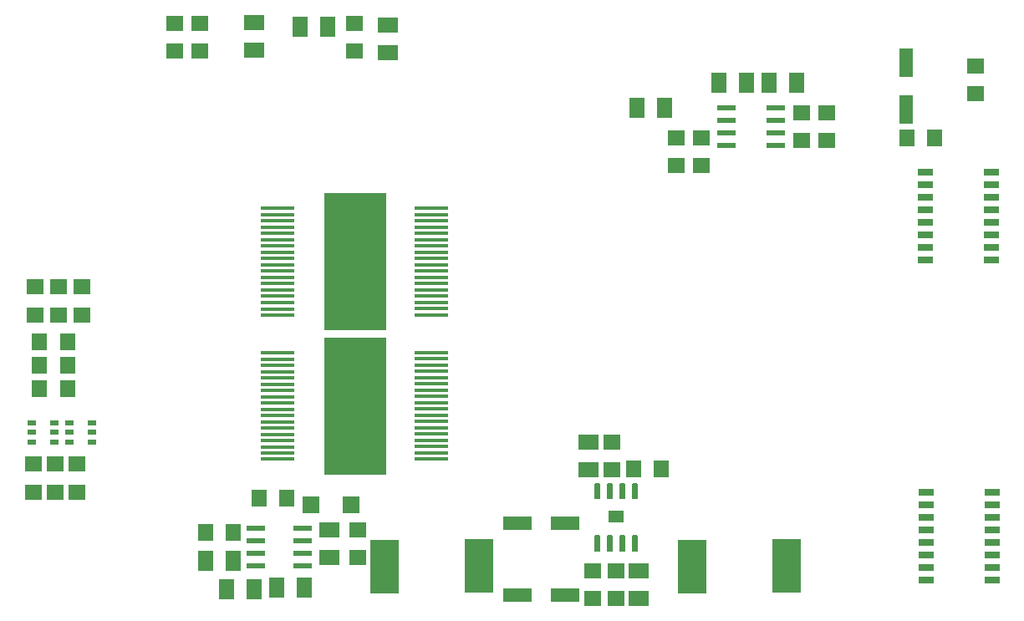
<source format=gbr>
G04 EAGLE Gerber RS-274X export*
G75*
%MOMM*%
%FSLAX34Y34*%
%LPD*%
%AMOC8*
5,1,8,0,0,1.08239X$1,22.5*%
G01*
%ADD10R,1.981200X0.558800*%
%ADD11R,1.800000X1.600000*%
%ADD12R,1.600000X2.000000*%
%ADD13R,2.000000X1.600000*%
%ADD14R,3.500000X0.420000*%
%ADD15R,6.300000X14.000000*%
%ADD16R,1.600000X1.800000*%
%ADD17R,2.900000X5.400000*%
%ADD18R,1.800000X1.700000*%
%ADD19R,1.642403X1.277900*%
%ADD20C,0.147500*%
%ADD21R,1.500000X0.700000*%
%ADD22R,0.900000X0.600000*%
%ADD23R,3.000000X1.400000*%
%ADD24R,1.600000X1.803000*%
%ADD25R,1.803000X1.600000*%
%ADD26R,1.400000X3.000000*%


D10*
X724662Y533400D03*
X724662Y520700D03*
X724662Y508000D03*
X724662Y495300D03*
X773938Y495300D03*
X773938Y508000D03*
X773938Y520700D03*
X773938Y533400D03*
D11*
X347663Y618838D03*
X347663Y590838D03*
X673100Y474950D03*
X673100Y502950D03*
X698500Y474950D03*
X698500Y502950D03*
D12*
X767050Y558800D03*
X795050Y558800D03*
X661700Y533400D03*
X633700Y533400D03*
X292388Y615950D03*
X320388Y615950D03*
D13*
X246063Y592425D03*
X246063Y620425D03*
D11*
X800100Y528350D03*
X800100Y500350D03*
X825500Y528350D03*
X825500Y500350D03*
X190500Y590838D03*
X190500Y618838D03*
X165100Y590838D03*
X165100Y618838D03*
D13*
X381000Y617250D03*
X381000Y589250D03*
D12*
X716250Y558800D03*
X744250Y558800D03*
D14*
X425430Y177800D03*
X425430Y184300D03*
X425430Y190640D03*
X425430Y196840D03*
X425430Y203340D03*
X425430Y209680D03*
X425430Y215880D03*
X425430Y222380D03*
X425430Y228720D03*
X425430Y234920D03*
X425430Y241420D03*
X425430Y247620D03*
X425430Y254120D03*
X425430Y260460D03*
X425430Y266660D03*
X425430Y273160D03*
X425430Y279500D03*
X425430Y285700D03*
X269940Y285700D03*
X269940Y279200D03*
X269940Y273000D03*
X269940Y266500D03*
X269940Y260300D03*
X269940Y253800D03*
X269940Y247600D03*
X269940Y241100D03*
X269940Y234900D03*
X269940Y228400D03*
X269940Y222200D03*
X269940Y215700D03*
X269940Y209500D03*
X269940Y203000D03*
D15*
X348085Y231770D03*
D14*
X269940Y196820D03*
X269940Y190320D03*
X269940Y183980D03*
X269940Y177640D03*
X425430Y323850D03*
X425430Y330350D03*
X425430Y336690D03*
X425430Y342890D03*
X425430Y349390D03*
X425430Y355730D03*
X425430Y361930D03*
X425430Y368430D03*
X425430Y374770D03*
X425430Y380970D03*
X425430Y387470D03*
X425430Y393670D03*
X425430Y400170D03*
X425430Y406510D03*
X425430Y412710D03*
X425430Y419210D03*
X425430Y425550D03*
X425430Y431750D03*
X269940Y431750D03*
X269940Y425250D03*
X269940Y419050D03*
X269940Y412550D03*
X269940Y406350D03*
X269940Y399850D03*
X269940Y393650D03*
X269940Y387150D03*
X269940Y380950D03*
X269940Y374450D03*
X269940Y368250D03*
X269940Y361750D03*
X269940Y355550D03*
X269940Y349050D03*
D15*
X348085Y377820D03*
D14*
X269940Y342870D03*
X269940Y336370D03*
X269940Y330030D03*
X269940Y323690D03*
D10*
X247841Y107950D03*
X247841Y95250D03*
X247841Y82550D03*
X247841Y69850D03*
X295085Y69850D03*
X295085Y82550D03*
X295085Y95250D03*
X295085Y107950D03*
D16*
X279113Y138113D03*
X251113Y138113D03*
D17*
X378038Y68850D03*
X474038Y69350D03*
D18*
X303350Y131763D03*
X344350Y131763D03*
D16*
X225138Y103188D03*
X197138Y103188D03*
D12*
X268575Y47625D03*
X296575Y47625D03*
X217775Y46038D03*
X245775Y46038D03*
X225138Y74613D03*
X197138Y74613D03*
D13*
X322263Y78075D03*
X322263Y106075D03*
D11*
X350838Y106075D03*
X350838Y78075D03*
X976313Y547975D03*
X976313Y575975D03*
D16*
X934750Y503238D03*
X906750Y503238D03*
D19*
X612313Y119422D03*
D20*
X629612Y137900D02*
X629612Y152926D01*
X634038Y152926D01*
X634038Y137900D01*
X629612Y137900D01*
X629612Y139301D02*
X634038Y139301D01*
X634038Y140702D02*
X629612Y140702D01*
X629612Y142103D02*
X634038Y142103D01*
X634038Y143504D02*
X629612Y143504D01*
X629612Y144905D02*
X634038Y144905D01*
X634038Y146306D02*
X629612Y146306D01*
X629612Y147707D02*
X634038Y147707D01*
X634038Y149108D02*
X629612Y149108D01*
X629612Y150509D02*
X634038Y150509D01*
X634038Y151910D02*
X629612Y151910D01*
X616912Y152926D02*
X616912Y137900D01*
X616912Y152926D02*
X621338Y152926D01*
X621338Y137900D01*
X616912Y137900D01*
X616912Y139301D02*
X621338Y139301D01*
X621338Y140702D02*
X616912Y140702D01*
X616912Y142103D02*
X621338Y142103D01*
X621338Y143504D02*
X616912Y143504D01*
X616912Y144905D02*
X621338Y144905D01*
X621338Y146306D02*
X616912Y146306D01*
X616912Y147707D02*
X621338Y147707D01*
X621338Y149108D02*
X616912Y149108D01*
X616912Y150509D02*
X621338Y150509D01*
X621338Y151910D02*
X616912Y151910D01*
X604212Y152926D02*
X604212Y137900D01*
X604212Y152926D02*
X608638Y152926D01*
X608638Y137900D01*
X604212Y137900D01*
X604212Y139301D02*
X608638Y139301D01*
X608638Y140702D02*
X604212Y140702D01*
X604212Y142103D02*
X608638Y142103D01*
X608638Y143504D02*
X604212Y143504D01*
X604212Y144905D02*
X608638Y144905D01*
X608638Y146306D02*
X604212Y146306D01*
X604212Y147707D02*
X608638Y147707D01*
X608638Y149108D02*
X604212Y149108D01*
X604212Y150509D02*
X608638Y150509D01*
X608638Y151910D02*
X604212Y151910D01*
X591512Y152926D02*
X591512Y137900D01*
X591512Y152926D02*
X595938Y152926D01*
X595938Y137900D01*
X591512Y137900D01*
X591512Y139301D02*
X595938Y139301D01*
X595938Y140702D02*
X591512Y140702D01*
X591512Y142103D02*
X595938Y142103D01*
X595938Y143504D02*
X591512Y143504D01*
X591512Y144905D02*
X595938Y144905D01*
X595938Y146306D02*
X591512Y146306D01*
X591512Y147707D02*
X595938Y147707D01*
X595938Y149108D02*
X591512Y149108D01*
X591512Y150509D02*
X595938Y150509D01*
X595938Y151910D02*
X591512Y151910D01*
X591512Y100226D02*
X591512Y85200D01*
X591512Y100226D02*
X595938Y100226D01*
X595938Y85200D01*
X591512Y85200D01*
X591512Y86601D02*
X595938Y86601D01*
X595938Y88002D02*
X591512Y88002D01*
X591512Y89403D02*
X595938Y89403D01*
X595938Y90804D02*
X591512Y90804D01*
X591512Y92205D02*
X595938Y92205D01*
X595938Y93606D02*
X591512Y93606D01*
X591512Y95007D02*
X595938Y95007D01*
X595938Y96408D02*
X591512Y96408D01*
X591512Y97809D02*
X595938Y97809D01*
X595938Y99210D02*
X591512Y99210D01*
X604212Y100226D02*
X604212Y85200D01*
X604212Y100226D02*
X608638Y100226D01*
X608638Y85200D01*
X604212Y85200D01*
X604212Y86601D02*
X608638Y86601D01*
X608638Y88002D02*
X604212Y88002D01*
X604212Y89403D02*
X608638Y89403D01*
X608638Y90804D02*
X604212Y90804D01*
X604212Y92205D02*
X608638Y92205D01*
X608638Y93606D02*
X604212Y93606D01*
X604212Y95007D02*
X608638Y95007D01*
X608638Y96408D02*
X604212Y96408D01*
X604212Y97809D02*
X608638Y97809D01*
X608638Y99210D02*
X604212Y99210D01*
X616912Y100226D02*
X616912Y85200D01*
X616912Y100226D02*
X621338Y100226D01*
X621338Y85200D01*
X616912Y85200D01*
X616912Y86601D02*
X621338Y86601D01*
X621338Y88002D02*
X616912Y88002D01*
X616912Y89403D02*
X621338Y89403D01*
X621338Y90804D02*
X616912Y90804D01*
X616912Y92205D02*
X621338Y92205D01*
X621338Y93606D02*
X616912Y93606D01*
X616912Y95007D02*
X621338Y95007D01*
X621338Y96408D02*
X616912Y96408D01*
X616912Y97809D02*
X621338Y97809D01*
X621338Y99210D02*
X616912Y99210D01*
X629612Y100226D02*
X629612Y85200D01*
X629612Y100226D02*
X634038Y100226D01*
X634038Y85200D01*
X629612Y85200D01*
X629612Y86601D02*
X634038Y86601D01*
X634038Y88002D02*
X629612Y88002D01*
X629612Y89403D02*
X634038Y89403D01*
X634038Y90804D02*
X629612Y90804D01*
X629612Y92205D02*
X634038Y92205D01*
X634038Y93606D02*
X629612Y93606D01*
X629612Y95007D02*
X634038Y95007D01*
X634038Y96408D02*
X629612Y96408D01*
X629612Y97809D02*
X634038Y97809D01*
X634038Y99210D02*
X629612Y99210D01*
D16*
X658525Y168275D03*
X630525Y168275D03*
D11*
X608013Y194975D03*
X608013Y166975D03*
X612775Y64800D03*
X612775Y36800D03*
D13*
X635000Y64800D03*
X635000Y36800D03*
X584200Y194975D03*
X584200Y166975D03*
D11*
X588963Y64800D03*
X588963Y36800D03*
D21*
X925390Y468313D03*
X925390Y455613D03*
X925390Y442913D03*
X925390Y430213D03*
X925390Y417513D03*
X925390Y404813D03*
X925390Y392113D03*
X925390Y379413D03*
X992310Y379413D03*
X992310Y392113D03*
X992310Y404813D03*
X992310Y417513D03*
X992310Y430213D03*
X992310Y442913D03*
X992310Y455613D03*
X992310Y468313D03*
X926978Y144463D03*
X926978Y131763D03*
X926978Y119063D03*
X926978Y106363D03*
X926978Y93663D03*
X926978Y80963D03*
X926978Y68263D03*
X926978Y55563D03*
X993898Y55563D03*
X993898Y68263D03*
X993898Y80963D03*
X993898Y93663D03*
X993898Y106363D03*
X993898Y119063D03*
X993898Y131763D03*
X993898Y144463D03*
D22*
X20250Y214288D03*
X20250Y204788D03*
X20250Y195288D03*
X43250Y195288D03*
X43250Y204788D03*
X43250Y214288D03*
D23*
X512575Y39688D03*
X560575Y39688D03*
X512575Y112713D03*
X560575Y112713D03*
D22*
X58350Y214288D03*
X58350Y204788D03*
X58350Y195288D03*
X81350Y195288D03*
X81350Y204788D03*
X81350Y214288D03*
D24*
X57083Y296863D03*
X28643Y296863D03*
X57083Y273050D03*
X28643Y273050D03*
X57083Y249238D03*
X28643Y249238D03*
D25*
X71438Y352358D03*
X71438Y323918D03*
X47625Y352358D03*
X47625Y323918D03*
X23813Y352358D03*
X23813Y323918D03*
X44450Y172970D03*
X44450Y144530D03*
X22225Y172970D03*
X22225Y144530D03*
X66675Y144530D03*
X66675Y172970D03*
D17*
X689188Y68850D03*
X785188Y69350D03*
D26*
X906463Y531625D03*
X906463Y579625D03*
M02*

</source>
